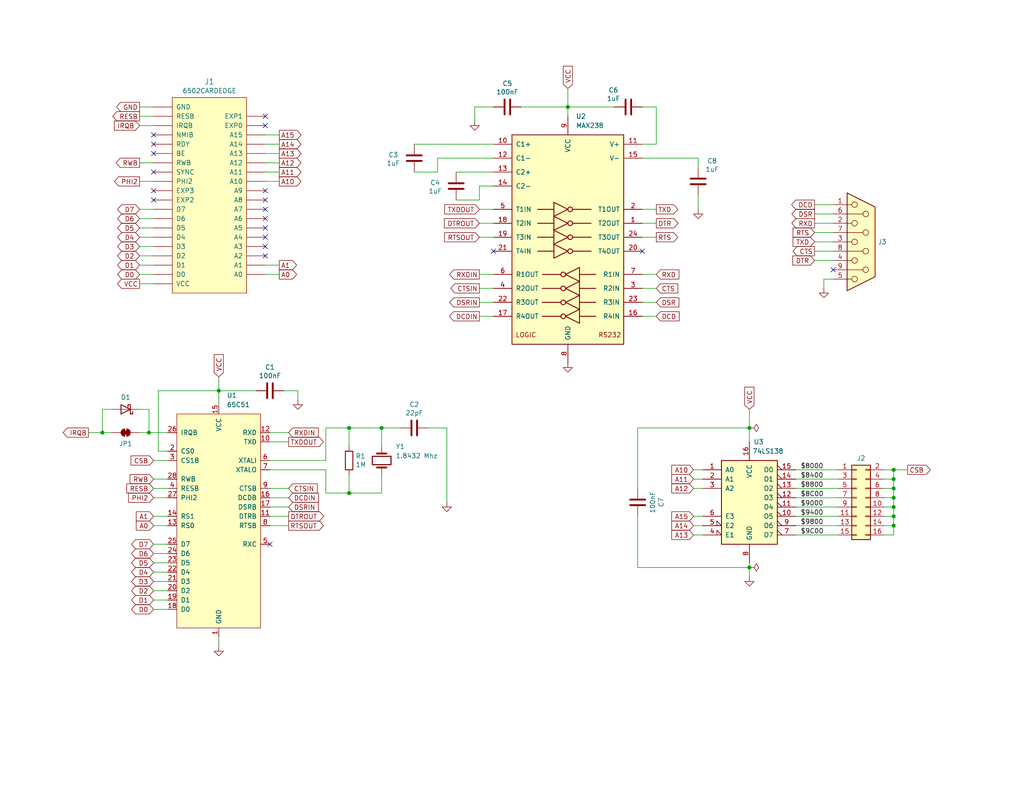
<source format=kicad_sch>
(kicad_sch (version 20231120) (generator "eeschema") (generator_version "8.0")
  (paper "USLetter")
  (title_block (title "6502 Serial Card") (date "2024-05-02") (rev "1.0") (company "A.C. Wright Design"))
  (lib_symbols
    (symbol "6502 Parts:6502CARDEDGE" (pin_names (offset 1.016))
      (property "Reference" "J" (at -1.27 28.194 0))
      (property "Value" "6502CARDEDGE" (at 0 26.67 0))
      (symbol "6502CARDEDGE_1_0"
        (rectangle (start -10.16 25.4) (end 10.16 -27.94) (fill (type background)))
        (pin bidirectional line (at 15.24 -22.86 180) (length 5.08) (name "A0") (number "A0"))
        (pin bidirectional line (at 15.24 -20.32 180) (length 5.08) (name "A1") (number "A1"))
        (pin bidirectional line (at 15.24 2.54 180) (length 5.08) (name "A10") (number "A10"))
        (pin bidirectional line (at 15.24 5.08 180) (length 5.08) (name "A11") (number "A11"))
        (pin bidirectional line (at 15.24 7.62 180) (length 5.08) (name "A12") (number "A12"))
        (pin bidirectional line (at 15.24 10.16 180) (length 5.08) (name "A13") (number "A13"))
        (pin bidirectional line (at 15.24 12.7 180) (length 5.08) (name "A14") (number "A14"))
        (pin bidirectional line (at 15.24 15.24 180) (length 5.08) (name "A15") (number "A15"))
        (pin bidirectional line (at 15.24 -17.78 180) (length 5.08) (name "A2") (number "A2"))
        (pin bidirectional line (at 15.24 -15.24 180) (length 5.08) (name "A3") (number "A3"))
        (pin bidirectional line (at 15.24 -12.7 180) (length 5.08) (name "A4") (number "A4"))
        (pin bidirectional line (at 15.24 -10.16 180) (length 5.08) (name "A5") (number "A5"))
        (pin bidirectional line (at 15.24 -7.62 180) (length 5.08) (name "A6") (number "A6"))
        (pin bidirectional line (at 15.24 -5.08 180) (length 5.08) (name "A7") (number "A7"))
        (pin bidirectional line (at 15.24 -2.54 180) (length 5.08) (name "A8") (number "A8"))
        (pin bidirectional line (at 15.24 0 180) (length 5.08) (name "A9") (number "A9"))
        (pin bidirectional line (at -15.24 10.16 0) (length 5.08) (name "BE") (number "BE"))
        (pin bidirectional line (at -15.24 -22.86 0) (length 5.08) (name "D0") (number "D0"))
        (pin bidirectional line (at -15.24 -20.32 0) (length 5.08) (name "D1") (number "D1"))
        (pin bidirectional line (at -15.24 -17.78 0) (length 5.08) (name "D2") (number "D2"))
        (pin bidirectional line (at -15.24 -15.24 0) (length 5.08) (name "D3") (number "D3"))
        (pin bidirectional line (at -15.24 -12.7 0) (length 5.08) (name "D4") (number "D4"))
        (pin bidirectional line (at -15.24 -10.16 0) (length 5.08) (name "D5") (number "D5"))
        (pin bidirectional line (at -15.24 -7.62 0) (length 5.08) (name "D6") (number "D6"))
        (pin bidirectional line (at -15.24 -5.08 0) (length 5.08) (name "D7") (number "D7"))
        (pin bidirectional line (at 15.24 17.78 180) (length 5.08) (name "EXP0") (number "EXP0"))
        (pin bidirectional line (at 15.24 20.32 180) (length 5.08) (name "EXP1") (number "EXP1"))
        (pin bidirectional line (at -15.24 -2.54 0) (length 5.08) (name "EXP2") (number "EXP2"))
        (pin bidirectional line (at -15.24 0 0) (length 5.08) (name "EXP3") (number "EXP3"))
        (pin power_in line (at -15.24 22.86 0) (length 5.08) (name "GND") (number "GND"))
        (pin power_in line (at -15.24 22.86 0) (length 5.08) hide (name "GND") (number "GND"))
        (pin bidirectional line (at -15.24 17.78 0) (length 5.08) (name "IRQB") (number "IRQB"))
        (pin bidirectional line (at -15.24 15.24 0) (length 5.08) (name "NMIB") (number "NMIB"))
        (pin bidirectional line (at -15.24 2.54 0) (length 5.08) (name "PHI2") (number "PHI2"))
        (pin bidirectional line (at -15.24 12.7 0) (length 5.08) (name "RDY") (number "RDY"))
        (pin bidirectional line (at -15.24 20.32 0) (length 5.08) (name "RESB") (number "RESB"))
        (pin bidirectional line (at -15.24 7.62 0) (length 5.08) (name "RWB") (number "RWB"))
        (pin bidirectional line (at -15.24 5.08 0) (length 5.08) (name "SYNC") (number "SYNC"))
        (pin power_in line (at -15.24 -25.4 0) (length 5.08) (name "VCC") (number "VCC"))
        (pin power_in line (at -15.24 -25.4 0) (length 5.08) hide (name "VCC") (number "VCC"))
      )
    )
    (symbol "6502 Parts:65C51" (pin_names (offset 1.016))
      (property "Reference" "U" (at 8.89 33.02 0))
      (property "Value" "65C51" (at 11.43 30.48 0))
      (symbol "65C51_0_1"
        (rectangle (start -11.43 29.21) (end 11.43 -29.21) (fill (type background)))
      )
      (symbol "65C51_1_1"
        (pin power_in line (at 0 -31.75 90) (length 2.54) (name "GND") (number "1"))
        (pin output line (at 13.97 21.59 180) (length 2.54) (name "TXD") (number "10"))
        (pin output line (at 13.97 1.27 180) (length 2.54) (name "DTRB") (number "11"))
        (pin input line (at 13.97 24.13 180) (length 2.54) (name "RXD") (number "12"))
        (pin input line (at -13.97 -1.27 0) (length 2.54) (name "RS0") (number "13"))
        (pin input line (at -13.97 1.27 0) (length 2.54) (name "RS1") (number "14"))
        (pin power_in line (at 0 31.75 270) (length 2.54) (name "VCC") (number "15"))
        (pin input line (at 13.97 6.35 180) (length 2.54) (name "DCDB") (number "16"))
        (pin input line (at 13.97 3.81 180) (length 2.54) (name "DSRB") (number "17"))
        (pin bidirectional line (at -13.97 -24.13 0) (length 2.54) (name "D0") (number "18"))
        (pin bidirectional line (at -13.97 -21.59 0) (length 2.54) (name "D1") (number "19"))
        (pin input line (at -13.97 19.05 0) (length 2.54) (name "CS0") (number "2"))
        (pin bidirectional line (at -13.97 -19.05 0) (length 2.54) (name "D2") (number "20"))
        (pin bidirectional line (at -13.97 -16.51 0) (length 2.54) (name "D3") (number "21"))
        (pin bidirectional line (at -13.97 -13.97 0) (length 2.54) (name "D4") (number "22"))
        (pin bidirectional line (at -13.97 -11.43 0) (length 2.54) (name "D5") (number "23"))
        (pin bidirectional line (at -13.97 -8.89 0) (length 2.54) (name "D6") (number "24"))
        (pin bidirectional line (at -13.97 -6.35 0) (length 2.54) (name "D7") (number "25"))
        (pin output line (at -13.97 24.13 0) (length 2.54) (name "IRQB") (number "26"))
        (pin input line (at -13.97 6.35 0) (length 2.54) (name "PHI2") (number "27"))
        (pin input line (at -13.97 11.43 0) (length 2.54) (name "RWB") (number "28"))
        (pin input line (at -13.97 16.51 0) (length 2.54) (name "CS1B") (number "3"))
        (pin input line (at -13.97 8.89 0) (length 2.54) (name "RESB") (number "4"))
        (pin input line (at 13.97 -6.35 180) (length 2.54) (name "RXC") (number "5"))
        (pin input line (at 13.97 16.51 180) (length 2.54) (name "XTALI") (number "6"))
        (pin input line (at 13.97 13.97 180) (length 2.54) (name "XTALO") (number "7"))
        (pin output line (at 13.97 -1.27 180) (length 2.54) (name "RTSB") (number "8"))
        (pin input line (at 13.97 8.89 180) (length 2.54) (name "CTSB") (number "9"))
      )
    )
    (symbol "6502 Parts:DB9" (pin_names (offset 1.016) hide)
      (property "Reference" "J" (at 0 13.97 0))
      (property "Value" "Connector_DB9_Female" (at 0 -14.605 0))
      (symbol "DB9_0_1"
        (circle (center -1.778 -10.16) (radius 0.762))
        (circle (center -1.778 -5.08) (radius 0.762))
        (circle (center -1.778 0) (radius 0.762))
        (circle (center -1.778 5.08) (radius 0.762))
        (circle (center -1.778 10.16) (radius 0.762))
        (polyline (pts (xy -3.81 -10.16) (xy -2.54 -10.16)))
        (polyline (pts (xy -3.81 -7.62) (xy 0.508 -7.62)))
        (polyline (pts (xy -3.81 -5.08) (xy -2.54 -5.08)))
        (polyline (pts (xy -3.81 -2.54) (xy 0.508 -2.54)))
        (polyline (pts (xy -3.81 0) (xy -2.54 0)))
        (polyline (pts (xy -3.81 2.54) (xy 0.508 2.54)))
        (polyline (pts (xy -3.81 5.08) (xy -2.54 5.08)))
        (polyline (pts (xy -3.81 7.62) (xy 0.508 7.62)))
        (polyline (pts (xy -3.81 10.16) (xy -2.54 10.16)))
        (polyline (pts (xy -3.81 13.335) (xy -3.81 -13.335) (xy 3.81 -9.525) (xy 3.81 9.525) (xy -3.81 13.335)) (stroke (width 0.254)) (fill (type background)))
        (circle (center 1.27 -7.62) (radius 0.762))
        (circle (center 1.27 -2.54) (radius 0.762))
        (circle (center 1.27 2.54) (radius 0.762))
        (circle (center 1.27 7.62) (radius 0.762))
      )
      (symbol "DB9_1_1"
        (pin passive line (at -7.62 10.16 0) (length 3.81) (name "1") (number "1"))
        (pin passive line (at -7.62 5.08 0) (length 3.81) (name "2") (number "2"))
        (pin passive line (at -7.62 0 0) (length 3.81) (name "3") (number "3"))
        (pin passive line (at -7.62 -5.08 0) (length 3.81) (name "4") (number "4"))
        (pin passive line (at -7.62 -10.16 0) (length 3.81) (name "5") (number "5"))
        (pin passive line (at -7.62 7.62 0) (length 3.81) (name "6") (number "6"))
        (pin passive line (at -7.62 2.54 0) (length 3.81) (name "7") (number "7"))
        (pin passive line (at -7.62 -2.54 0) (length 3.81) (name "8") (number "8"))
        (pin passive line (at -7.62 -7.62 0) (length 3.81) (name "9") (number "9"))
      )
    )
    (symbol "6502 Parts:MAX238" (pin_names (offset 1.016))
      (property "Reference" "U" (at -2.54 32.385 0))
      (property "Value" "MAX238" (at -2.54 30.48 0))
      (symbol "MAX238_0_0"
        (text "LOGIC" (at -11.43 -25.4 0) (effects (font (size 1.27 1.27))))
        (text "RS232" (at 11.43 -25.4 0) (effects (font (size 1.27 1.27))))
      )
      (symbol "MAX238_0_1"
        (rectangle (start -15.24 -27.94) (end 15.24 29.21) (stroke (width 0.254)) (fill (type background)))
        (circle (center -1.27 -12.7) (radius 0.635) (stroke (width 0.254)))
        (circle (center -1.27 -8.89) (radius 0.635) (stroke (width 0.254)))
        (polyline (pts (xy -3.81 5.08) (xy -8.255 5.08)) (stroke (width 0.254)))
        (polyline (pts (xy -3.81 8.89) (xy -8.255 8.89)) (stroke (width 0.254)))
        (polyline (pts (xy -1.905 -12.7) (xy -6.985 -12.7)) (stroke (width 0.254)))
        (polyline (pts (xy -1.905 -8.89) (xy -6.985 -8.89)) (stroke (width 0.254)))
        (polyline (pts (xy 1.27 5.08) (xy 6.35 5.08)) (stroke (width 0.254)))
        (polyline (pts (xy 1.27 8.89) (xy 6.35 8.89)) (stroke (width 0.254)))
        (polyline (pts (xy 3.175 -12.7) (xy 7.62 -12.7)) (stroke (width 0.254)))
        (polyline (pts (xy 3.175 -8.89) (xy 7.62 -8.89)) (stroke (width 0.254)))
        (polyline (pts (xy -3.81 6.985) (xy -3.81 3.175) (xy 0 5.08) (xy -3.81 6.985)) (stroke (width 0.254)))
        (polyline (pts (xy -3.81 10.795) (xy -3.81 6.985) (xy 0 8.89) (xy -3.81 10.795)) (stroke (width 0.254)))
        (polyline (pts (xy 3.175 -10.795) (xy 3.175 -14.605) (xy -0.635 -12.7) (xy 3.175 -10.795)) (stroke (width 0.254)))
        (polyline (pts (xy 3.175 -6.985) (xy 3.175 -10.795) (xy -0.635 -8.89) (xy 3.175 -6.985)) (stroke (width 0.254)))
        (circle (center 0.635 5.08) (radius 0.635) (stroke (width 0.254)))
        (circle (center 0.635 8.89) (radius 0.635) (stroke (width 0.254)))
      )
      (symbol "MAX238_1_1"
        (circle (center -1.27 -20.32) (radius 0.635) (stroke (width 0.254)))
        (circle (center -1.27 -16.51) (radius 0.635) (stroke (width 0.254)))
        (polyline (pts (xy -3.81 -2.54) (xy -8.255 -2.54)) (stroke (width 0.254)))
        (polyline (pts (xy -3.81 1.27) (xy -8.255 1.27)) (stroke (width 0.254)))
        (polyline (pts (xy -1.905 -20.32) (xy -6.985 -20.32)) (stroke (width 0.254)))
        (polyline (pts (xy -1.905 -16.51) (xy -6.985 -16.51)) (stroke (width 0.254)))
        (polyline (pts (xy 1.27 -2.54) (xy 6.35 -2.54)) (stroke (width 0.254)))
        (polyline (pts (xy 1.27 1.27) (xy 6.35 1.27)) (stroke (width 0.254)))
        (polyline (pts (xy 3.175 -20.32) (xy 7.62 -20.32)) (stroke (width 0.254)))
        (polyline (pts (xy 3.175 -16.51) (xy 7.62 -16.51)) (stroke (width 0.254)))
        (polyline (pts (xy -3.81 -0.635) (xy -3.81 -4.445) (xy 0 -2.54) (xy -3.81 -0.635)) (stroke (width 0.254)))
        (polyline (pts (xy -3.81 3.175) (xy -3.81 -0.635) (xy 0 1.27) (xy -3.81 3.175)) (stroke (width 0.254)))
        (polyline (pts (xy 3.175 -18.415) (xy 3.175 -22.225) (xy -0.635 -20.32) (xy 3.175 -18.415)) (stroke (width 0.254)))
        (polyline (pts (xy 3.175 -14.605) (xy 3.175 -18.415) (xy -0.635 -16.51) (xy 3.175 -14.605)) (stroke (width 0.254)))
        (circle (center 0.635 -2.54) (radius 0.635) (stroke (width 0.254)))
        (circle (center 0.635 1.27) (radius 0.635) (stroke (width 0.254)))
        (pin output line (at 20.32 5.08 180) (length 5.08) (name "T2OUT") (number "1"))
        (pin passive line (at -20.32 26.67 0) (length 5.08) (name "C1+") (number "10"))
        (pin power_out line (at 20.32 26.67 180) (length 5.08) (name "V+") (number "11"))
        (pin passive line (at -20.32 22.86 0) (length 5.08) (name "C1-") (number "12"))
        (pin passive line (at -20.32 19.05 0) (length 5.08) (name "C2+") (number "13"))
        (pin passive line (at -20.32 15.24 0) (length 5.08) (name "C2-") (number "14"))
        (pin power_out line (at 20.32 22.86 180) (length 5.08) (name "V-") (number "15"))
        (pin input line (at 20.32 -20.32 180) (length 5.08) (name "R4IN") (number "16"))
        (pin output line (at -20.32 -20.32 0) (length 5.08) (name "R4OUT") (number "17"))
        (pin input line (at -20.32 5.08 0) (length 5.08) (name "T2IN") (number "18"))
        (pin input line (at -20.32 1.27 0) (length 5.08) (name "T3IN") (number "19"))
        (pin output line (at 20.32 8.89 180) (length 5.08) (name "T1OUT") (number "2"))
        (pin output line (at 20.32 -2.54 180) (length 5.08) (name "T4OUT") (number "20"))
        (pin input line (at -20.32 -2.54 0) (length 5.08) (name "T4IN") (number "21"))
        (pin output line (at -20.32 -16.51 0) (length 5.08) (name "R3OUT") (number "22"))
        (pin input line (at 20.32 -16.51 180) (length 5.08) (name "R3IN") (number "23"))
        (pin output line (at 20.32 1.27 180) (length 5.08) (name "T3OUT") (number "24"))
        (pin input line (at 20.32 -12.7 180) (length 5.08) (name "R2IN") (number "3"))
        (pin output line (at -20.32 -12.7 0) (length 5.08) (name "R2OUT") (number "4"))
        (pin input line (at -20.32 8.89 0) (length 5.08) (name "T1IN") (number "5"))
        (pin output line (at -20.32 -8.89 0) (length 5.08) (name "R1OUT") (number "6"))
        (pin input line (at 20.32 -8.89 180) (length 5.08) (name "R1IN") (number "7"))
        (pin power_in line (at 0 -33.02 90) (length 5.08) (name "GND") (number "8"))
        (pin power_in line (at 0 34.29 270) (length 5.08) (name "VCC") (number "9"))
      )
    )
    (symbol "74xx:74LS138" (pin_names (offset 1.016))
      (property "Reference" "U" (at -7.62 11.43 0))
      (property "Value" "74LS138" (at -7.62 -13.97 0))
      (symbol "74LS138_1_0"
        (pin input line (at -12.7 7.62 0) (length 5.08) (name "A0") (number "1"))
        (pin output output_low (at 12.7 -5.08 180) (length 5.08) (name "O5") (number "10"))
        (pin output output_low (at 12.7 -2.54 180) (length 5.08) (name "O4") (number "11"))
        (pin output output_low (at 12.7 0 180) (length 5.08) (name "O3") (number "12"))
        (pin output output_low (at 12.7 2.54 180) (length 5.08) (name "O2") (number "13"))
        (pin output output_low (at 12.7 5.08 180) (length 5.08) (name "O1") (number "14"))
        (pin output output_low (at 12.7 7.62 180) (length 5.08) (name "O0") (number "15"))
        (pin power_in line (at 0 15.24 270) (length 5.08) (name "VCC") (number "16"))
        (pin input line (at -12.7 5.08 0) (length 5.08) (name "A1") (number "2"))
        (pin input line (at -12.7 2.54 0) (length 5.08) (name "A2") (number "3"))
        (pin input input_low (at -12.7 -10.16 0) (length 5.08) (name "E1") (number "4"))
        (pin input input_low (at -12.7 -7.62 0) (length 5.08) (name "E2") (number "5"))
        (pin input line (at -12.7 -5.08 0) (length 5.08) (name "E3") (number "6"))
        (pin output output_low (at 12.7 -10.16 180) (length 5.08) (name "O7") (number "7"))
        (pin power_in line (at 0 -17.78 90) (length 5.08) (name "GND") (number "8"))
        (pin output output_low (at 12.7 -7.62 180) (length 5.08) (name "O6") (number "9"))
      )
      (symbol "74LS138_1_1"
        (rectangle (start -7.62 10.16) (end 7.62 -12.7) (stroke (width 0.254)) (fill (type background)))
      )
    )
    (symbol "Connector_Generic:Conn_02x08_Odd_Even" (pin_names (offset 1.016) hide)
      (property "Reference" "J" (at 1.27 10.16 0))
      (property "Value" "Conn_02x08_Odd_Even" (at 1.27 -12.7 0))
      (symbol "Conn_02x08_Odd_Even_1_1"
        (rectangle (start -1.27 -10.033) (end 0 -10.287) (stroke (width 0.1524)))
        (rectangle (start -1.27 -7.493) (end 0 -7.747) (stroke (width 0.1524)))
        (rectangle (start -1.27 -4.953) (end 0 -5.207) (stroke (width 0.1524)))
        (rectangle (start -1.27 -2.413) (end 0 -2.667) (stroke (width 0.1524)))
        (rectangle (start -1.27 0.127) (end 0 -0.127) (stroke (width 0.1524)))
        (rectangle (start -1.27 2.667) (end 0 2.413) (stroke (width 0.1524)))
        (rectangle (start -1.27 5.207) (end 0 4.953) (stroke (width 0.1524)))
        (rectangle (start -1.27 7.747) (end 0 7.493) (stroke (width 0.1524)))
        (rectangle (start -1.27 8.89) (end 3.81 -11.43) (stroke (width 0.254)) (fill (type background)))
        (rectangle (start 3.81 -10.033) (end 2.54 -10.287) (stroke (width 0.1524)))
        (rectangle (start 3.81 -7.493) (end 2.54 -7.747) (stroke (width 0.1524)))
        (rectangle (start 3.81 -4.953) (end 2.54 -5.207) (stroke (width 0.1524)))
        (rectangle (start 3.81 -2.413) (end 2.54 -2.667) (stroke (width 0.1524)))
        (rectangle (start 3.81 0.127) (end 2.54 -0.127) (stroke (width 0.1524)))
        (rectangle (start 3.81 2.667) (end 2.54 2.413) (stroke (width 0.1524)))
        (rectangle (start 3.81 5.207) (end 2.54 4.953) (stroke (width 0.1524)))
        (rectangle (start 3.81 7.747) (end 2.54 7.493) (stroke (width 0.1524)))
        (pin passive line (at -5.08 7.62 0) (length 3.81) (name "Pin_1") (number "1"))
        (pin passive line (at 7.62 -2.54 180) (length 3.81) (name "Pin_10") (number "10"))
        (pin passive line (at -5.08 -5.08 0) (length 3.81) (name "Pin_11") (number "11"))
        (pin passive line (at 7.62 -5.08 180) (length 3.81) (name "Pin_12") (number "12"))
        (pin passive line (at -5.08 -7.62 0) (length 3.81) (name "Pin_13") (number "13"))
        (pin passive line (at 7.62 -7.62 180) (length 3.81) (name "Pin_14") (number "14"))
        (pin passive line (at -5.08 -10.16 0) (length 3.81) (name "Pin_15") (number "15"))
        (pin passive line (at 7.62 -10.16 180) (length 3.81) (name "Pin_16") (number "16"))
        (pin passive line (at 7.62 7.62 180) (length 3.81) (name "Pin_2") (number "2"))
        (pin passive line (at -5.08 5.08 0) (length 3.81) (name "Pin_3") (number "3"))
        (pin passive line (at 7.62 5.08 180) (length 3.81) (name "Pin_4") (number "4"))
        (pin passive line (at -5.08 2.54 0) (length 3.81) (name "Pin_5") (number "5"))
        (pin passive line (at 7.62 2.54 180) (length 3.81) (name "Pin_6") (number "6"))
        (pin passive line (at -5.08 0 0) (length 3.81) (name "Pin_7") (number "7"))
        (pin passive line (at 7.62 0 180) (length 3.81) (name "Pin_8") (number "8"))
        (pin passive line (at -5.08 -2.54 0) (length 3.81) (name "Pin_9") (number "9"))
      )
    )
    (symbol "Device:C" (pin_numbers hide) (pin_names (offset 0.254))
      (property "Reference" "C" (at 0.635 2.54 0))
      (property "Value" "C" (at 0.635 -2.54 0))
      (symbol "C_0_1"
        (polyline (pts (xy -2.032 -0.762) (xy 2.032 -0.762)) (stroke (width 0.508)))
        (polyline (pts (xy -2.032 0.762) (xy 2.032 0.762)) (stroke (width 0.508)))
      )
      (symbol "C_1_1"
        (pin passive line (at 0 3.81 270) (length 2.794) (name "~") (number "1"))
        (pin passive line (at 0 -3.81 90) (length 2.794) (name "~") (number "2"))
      )
    )
    (symbol "Device:Crystal" (pin_numbers hide) (pin_names (offset 1.016) hide)
      (property "Reference" "Y" (at 0 3.81 0))
      (property "Value" "Crystal" (at 0 -3.81 0))
      (symbol "Crystal_0_1"
        (rectangle (start -1.143 2.54) (end 1.143 -2.54) (stroke (width 0.3048)))
        (polyline (pts (xy -2.54 0) (xy -1.905 0)))
        (polyline (pts (xy -1.905 -1.27) (xy -1.905 1.27)) (stroke (width 0.508)))
        (polyline (pts (xy 1.905 -1.27) (xy 1.905 1.27)) (stroke (width 0.508)))
        (polyline (pts (xy 2.54 0) (xy 1.905 0)))
      )
      (symbol "Crystal_1_1"
        (pin passive line (at -3.81 0 0) (length 1.27) (name "1") (number "1"))
        (pin passive line (at 3.81 0 180) (length 1.27) (name "2") (number "2"))
      )
    )
    (symbol "Device:D_Schottky" (pin_numbers hide) (pin_names (offset 1.016) hide)
      (property "Reference" "D" (at 0 2.54 0))
      (property "Value" "D_Schottky" (at 0 -2.54 0))
      (symbol "D_Schottky_0_1"
        (polyline (pts (xy 1.27 0) (xy -1.27 0)))
        (polyline (pts (xy 1.27 1.27) (xy 1.27 -1.27) (xy -1.27 0) (xy 1.27 1.27)) (stroke (width 0.254)))
        (polyline (pts (xy -1.905 0.635) (xy -1.905 1.27) (xy -1.27 1.27) (xy -1.27 -1.27) (xy -0.635 -1.27) (xy -0.635 -0.635)) (stroke (width 0.254)))
      )
      (symbol "D_Schottky_1_1"
        (pin passive line (at -3.81 0 0) (length 2.54) (name "K") (number "1"))
        (pin passive line (at 3.81 0 180) (length 2.54) (name "A") (number "2"))
      )
    )
    (symbol "Device:R" (pin_numbers hide) (pin_names (offset 0))
      (property "Reference" "R" (at 2.032 0 90))
      (property "Value" "R" (at 0 0 90))
      (symbol "R_0_1"
        (rectangle (start -1.016 -2.54) (end 1.016 2.54) (stroke (width 0.254)))
      )
      (symbol "R_1_1"
        (pin passive line (at 0 3.81 270) (length 1.27) (name "~") (number "1"))
        (pin passive line (at 0 -3.81 90) (length 1.27) (name "~") (number "2"))
      )
    )
    (symbol "Jumper:SolderJumper_2_Bridged" (pin_numbers hide) (pin_names (offset 0) hide) (exclude_from_sim yes) (in_bom no)
      (property "Reference" "JP" (at 0 2.032 0))
      (property "Value" "SolderJumper_2_Bridged" (at 0 -2.54 0))
      (symbol "SolderJumper_2_Bridged_0_1"
        (rectangle (start -0.508 0.508) (end 0.508 -0.508) (fill (type outline)))
        (arc (start -0.254 1.016) (mid -1.2656 0) (end -0.254 -1.016))
        (arc (start -0.254 1.016) (mid -1.2656 0) (end -0.254 -1.016) (fill (type outline)))
        (polyline (pts (xy -0.254 1.016) (xy -0.254 -1.016)))
        (polyline (pts (xy 0.254 1.016) (xy 0.254 -1.016)))
        (arc (start 0.254 -1.016) (mid 1.2656 0) (end 0.254 1.016))
        (arc (start 0.254 -1.016) (mid 1.2656 0) (end 0.254 1.016) (fill (type outline)))
      )
      (symbol "SolderJumper_2_Bridged_1_1"
        (pin passive line (at -3.81 0 0) (length 2.54) (name "A") (number "1"))
        (pin passive line (at 3.81 0 180) (length 2.54) (name "B") (number "2"))
      )
    )
    (symbol "power:GND" (power) (pin_numbers hide) (pin_names (offset 0) hide)
      (property "Value" "GND" (at 0 -3.81 0))
      (symbol "GND_0_1"
        (polyline (pts (xy 0 0) (xy 0 -1.27) (xy 1.27 -1.27) (xy 0 -2.54) (xy -1.27 -1.27) (xy 0 -1.27)))
      )
      (symbol "GND_1_1"
        (pin power_in line (at 0 0 270) (length 0) (name "~") (number "1"))
      )
    )
    (symbol "power:PWR_FLAG" (power) (pin_numbers hide) (pin_names (offset 0) hide)
      (property "Value" "PWR_FLAG" (at 0 3.81 0))
      (symbol "PWR_FLAG_0_0"
        (pin power_out line (at 0 0 90) (length 0) (name "~") (number "1"))
      )
      (symbol "PWR_FLAG_0_1"
        (polyline (pts (xy 0 0) (xy 0 1.27) (xy -1.016 1.905) (xy 0 2.54) (xy 1.016 1.905) (xy 0 1.27)))
      )
    )
  )
  (junction (at 243.84 140.97))
  (junction (at 243.84 138.43))
  (junction (at 204.47 154.94))
  (junction (at 59.69 106.68))
  (junction (at 95.25 116.84))
  (junction (at 243.84 135.89))
  (junction (at 40.64 118.11))
  (junction (at 243.84 143.51))
  (junction (at 243.84 133.35))
  (junction (at 104.14 116.84))
  (junction (at 95.25 134.62))
  (junction (at 27.94 118.11))
  (junction (at 204.47 116.84))
  (junction (at 243.84 128.27))
  (junction (at 243.84 130.81))
  (junction (at 154.94 29.21))
  (no_connect (at 41.91 41.91))
  (no_connect (at 134.62 68.58))
  (no_connect (at 72.39 34.29))
  (no_connect (at 41.91 39.37))
  (no_connect (at 72.39 59.69))
  (no_connect (at 41.91 54.61))
  (no_connect (at 41.91 52.07))
  (no_connect (at 41.91 46.99))
  (no_connect (at 73.66 148.59))
  (no_connect (at 41.91 36.83))
  (no_connect (at 72.39 62.23))
  (no_connect (at 72.39 31.75))
  (no_connect (at 72.39 64.77))
  (no_connect (at 175.26 68.58))
  (no_connect (at 72.39 69.85))
  (no_connect (at 72.39 52.07))
  (no_connect (at 72.39 67.31))
  (no_connect (at 72.39 54.61))
  (no_connect (at 227.33 73.66))
  (no_connect (at 72.39 57.15))
  (wire (pts (xy 72.39 72.39) (xy 76.2 72.39)))
  (wire (pts (xy 142.24 29.21) (xy 154.94 29.21)))
  (wire (pts (xy 104.14 134.62) (xy 104.14 129.54)))
  (wire (pts (xy 73.66 133.35) (xy 78.74 133.35)))
  (wire (pts (xy 38.1 31.75) (xy 41.91 31.75)))
  (wire (pts (xy 154.94 24.13) (xy 154.94 29.21)))
  (wire (pts (xy 222.25 63.5) (xy 227.33 63.5)))
  (wire (pts (xy 217.17 146.05) (xy 228.6 146.05)))
  (wire (pts (xy 175.26 86.36) (xy 179.07 86.36)))
  (wire (pts (xy 130.81 57.15) (xy 134.62 57.15)))
  (wire (pts (xy 222.25 71.12) (xy 227.33 71.12)))
  (wire (pts (xy 175.26 74.93) (xy 179.07 74.93)))
  (wire (pts (xy 43.18 106.68) (xy 59.69 106.68)))
  (wire (pts (xy 189.23 140.97) (xy 191.77 140.97)))
  (wire (pts (xy 88.9 125.73) (xy 88.9 116.84)))
  (wire (pts (xy 175.26 43.18) (xy 190.5 43.18)))
  (wire (pts (xy 243.84 143.51) (xy 243.84 140.97)))
  (wire (pts (xy 73.66 135.89) (xy 78.74 135.89)))
  (wire (pts (xy 73.66 143.51) (xy 78.74 143.51)))
  (wire (pts (xy 190.5 53.34) (xy 190.5 57.15)))
  (wire (pts (xy 116.84 116.84) (xy 121.92 116.84)))
  (wire (pts (xy 243.84 135.89) (xy 243.84 133.35)))
  (wire (pts (xy 41.91 125.73) (xy 45.72 125.73)))
  (wire (pts (xy 124.46 54.61) (xy 130.81 54.61)))
  (wire (pts (xy 59.69 102.87) (xy 59.69 106.68)))
  (wire (pts (xy 38.1 62.23) (xy 41.91 62.23)))
  (wire (pts (xy 204.47 153.67) (xy 204.47 154.94)))
  (wire (pts (xy 41.91 153.67) (xy 45.72 153.67)))
  (wire (pts (xy 119.38 43.18) (xy 119.38 46.99)))
  (wire (pts (xy 222.25 60.96) (xy 227.33 60.96)))
  (wire (pts (xy 38.1 77.47) (xy 41.91 77.47)))
  (wire (pts (xy 81.28 106.68) (xy 81.28 109.22)))
  (wire (pts (xy 59.69 106.68) (xy 69.85 106.68)))
  (wire (pts (xy 191.77 133.35) (xy 189.23 133.35)))
  (wire (pts (xy 243.84 146.05) (xy 243.84 143.51)))
  (wire (pts (xy 41.91 151.13) (xy 45.72 151.13)))
  (wire (pts (xy 40.64 111.76) (xy 40.64 118.11)))
  (wire (pts (xy 243.84 138.43) (xy 243.84 135.89)))
  (wire (pts (xy 241.3 146.05) (xy 243.84 146.05)))
  (wire (pts (xy 24.13 118.11) (xy 27.94 118.11)))
  (wire (pts (xy 217.17 128.27) (xy 228.6 128.27)))
  (wire (pts (xy 191.77 130.81) (xy 189.23 130.81)))
  (wire (pts (xy 243.84 140.97) (xy 243.84 138.43)))
  (wire (pts (xy 72.39 49.53) (xy 76.2 49.53)))
  (wire (pts (xy 243.84 128.27) (xy 247.65 128.27)))
  (wire (pts (xy 38.1 49.53) (xy 41.91 49.53)))
  (wire (pts (xy 204.47 154.94) (xy 204.47 157.48)))
  (wire (pts (xy 72.39 46.99) (xy 76.2 46.99)))
  (wire (pts (xy 175.26 64.77) (xy 179.07 64.77)))
  (wire (pts (xy 124.46 46.99) (xy 134.62 46.99)))
  (wire (pts (xy 40.64 118.11) (xy 45.72 118.11)))
  (wire (pts (xy 175.26 60.96) (xy 179.07 60.96)))
  (wire (pts (xy 45.72 123.19) (xy 43.18 123.19)))
  (wire (pts (xy 217.17 135.89) (xy 228.6 135.89)))
  (wire (pts (xy 175.26 39.37) (xy 179.07 39.37)))
  (wire (pts (xy 175.26 57.15) (xy 179.07 57.15)))
  (wire (pts (xy 130.81 74.93) (xy 134.62 74.93)))
  (wire (pts (xy 77.47 106.68) (xy 81.28 106.68)))
  (wire (pts (xy 224.79 76.2) (xy 224.79 78.74)))
  (wire (pts (xy 130.81 60.96) (xy 134.62 60.96)))
  (wire (pts (xy 204.47 120.65) (xy 204.47 116.84)))
  (wire (pts (xy 38.1 64.77) (xy 41.91 64.77)))
  (wire (pts (xy 154.94 31.75) (xy 154.94 29.21)))
  (wire (pts (xy 41.91 140.97) (xy 45.72 140.97)))
  (wire (pts (xy 243.84 133.35) (xy 243.84 130.81)))
  (wire (pts (xy 27.94 118.11) (xy 30.48 118.11)))
  (wire (pts (xy 130.81 78.74) (xy 134.62 78.74)))
  (wire (pts (xy 222.25 55.88) (xy 227.33 55.88)))
  (wire (pts (xy 38.1 69.85) (xy 41.91 69.85)))
  (wire (pts (xy 191.77 146.05) (xy 189.23 146.05)))
  (wire (pts (xy 179.07 29.21) (xy 175.26 29.21)))
  (wire (pts (xy 179.07 39.37) (xy 179.07 29.21)))
  (wire (pts (xy 241.3 133.35) (xy 243.84 133.35)))
  (wire (pts (xy 113.03 39.37) (xy 134.62 39.37)))
  (wire (pts (xy 130.81 82.55) (xy 134.62 82.55)))
  (wire (pts (xy 38.1 111.76) (xy 40.64 111.76)))
  (wire (pts (xy 243.84 135.89) (xy 241.3 135.89)))
  (wire (pts (xy 243.84 143.51) (xy 241.3 143.51)))
  (wire (pts (xy 38.1 72.39) (xy 41.91 72.39)))
  (wire (pts (xy 27.94 111.76) (xy 27.94 118.11)))
  (wire (pts (xy 59.69 173.99) (xy 59.69 176.53)))
  (wire (pts (xy 222.25 68.58) (xy 227.33 68.58)))
  (wire (pts (xy 217.17 130.81) (xy 228.6 130.81)))
  (wire (pts (xy 130.81 50.8) (xy 130.81 54.61)))
  (wire (pts (xy 134.62 50.8) (xy 130.81 50.8)))
  (wire (pts (xy 227.33 76.2) (xy 224.79 76.2)))
  (wire (pts (xy 104.14 116.84) (xy 104.14 121.92)))
  (wire (pts (xy 204.47 116.84) (xy 204.47 111.76)))
  (wire (pts (xy 204.47 116.84) (xy 173.99 116.84)))
  (wire (pts (xy 41.91 130.81) (xy 45.72 130.81)))
  (wire (pts (xy 243.84 138.43) (xy 241.3 138.43)))
  (wire (pts (xy 95.25 116.84) (xy 104.14 116.84)))
  (wire (pts (xy 43.18 123.19) (xy 43.18 106.68)))
  (wire (pts (xy 173.99 116.84) (xy 173.99 133.35)))
  (wire (pts (xy 38.1 29.21) (xy 41.91 29.21)))
  (wire (pts (xy 72.39 36.83) (xy 76.2 36.83)))
  (wire (pts (xy 38.1 67.31) (xy 41.91 67.31)))
  (wire (pts (xy 73.66 120.65) (xy 78.74 120.65)))
  (wire (pts (xy 41.91 166.37) (xy 45.72 166.37)))
  (wire (pts (xy 241.3 128.27) (xy 243.84 128.27)))
  (wire (pts (xy 113.03 46.99) (xy 119.38 46.99)))
  (wire (pts (xy 175.26 78.74) (xy 179.07 78.74)))
  (wire (pts (xy 72.39 39.37) (xy 76.2 39.37)))
  (wire (pts (xy 129.54 33.02) (xy 129.54 29.21)))
  (wire (pts (xy 191.77 143.51) (xy 189.23 143.51)))
  (wire (pts (xy 38.1 57.15) (xy 41.91 57.15)))
  (wire (pts (xy 217.17 138.43) (xy 228.6 138.43)))
  (wire (pts (xy 38.1 34.29) (xy 41.91 34.29)))
  (wire (pts (xy 175.26 82.55) (xy 179.07 82.55)))
  (wire (pts (xy 72.39 74.93) (xy 76.2 74.93)))
  (wire (pts (xy 130.81 64.77) (xy 134.62 64.77)))
  (wire (pts (xy 95.25 129.54) (xy 95.25 134.62)))
  (wire (pts (xy 88.9 116.84) (xy 95.25 116.84)))
  (wire (pts (xy 73.66 118.11) (xy 78.74 118.11)))
  (wire (pts (xy 217.17 133.35) (xy 228.6 133.35)))
  (wire (pts (xy 190.5 43.18) (xy 190.5 45.72)))
  (wire (pts (xy 41.91 158.75) (xy 45.72 158.75)))
  (wire (pts (xy 41.91 135.89) (xy 45.72 135.89)))
  (wire (pts (xy 38.1 118.11) (xy 40.64 118.11)))
  (wire (pts (xy 41.91 143.51) (xy 45.72 143.51)))
  (wire (pts (xy 38.1 59.69) (xy 41.91 59.69)))
  (wire (pts (xy 95.25 116.84) (xy 95.25 121.92)))
  (wire (pts (xy 73.66 140.97) (xy 78.74 140.97)))
  (wire (pts (xy 41.91 156.21) (xy 45.72 156.21)))
  (wire (pts (xy 154.94 29.21) (xy 167.64 29.21)))
  (wire (pts (xy 121.92 116.84) (xy 121.92 137.16)))
  (wire (pts (xy 243.84 140.97) (xy 241.3 140.97)))
  (wire (pts (xy 173.99 154.94) (xy 173.99 140.97)))
  (wire (pts (xy 41.91 133.35) (xy 45.72 133.35)))
  (wire (pts (xy 217.17 143.51) (xy 228.6 143.51)))
  (wire (pts (xy 38.1 74.93) (xy 41.91 74.93)))
  (wire (pts (xy 129.54 29.21) (xy 134.62 29.21)))
  (wire (pts (xy 41.91 148.59) (xy 45.72 148.59)))
  (wire (pts (xy 38.1 44.45) (xy 41.91 44.45)))
  (wire (pts (xy 88.9 128.27) (xy 73.66 128.27)))
  (wire (pts (xy 72.39 44.45) (xy 76.2 44.45)))
  (wire (pts (xy 95.25 134.62) (xy 104.14 134.62)))
  (wire (pts (xy 243.84 130.81) (xy 241.3 130.81)))
  (wire (pts (xy 191.77 128.27) (xy 189.23 128.27)))
  (wire (pts (xy 134.62 43.18) (xy 119.38 43.18)))
  (wire (pts (xy 130.81 86.36) (xy 134.62 86.36)))
  (wire (pts (xy 243.84 130.81) (xy 243.84 128.27)))
  (wire (pts (xy 41.91 163.83) (xy 45.72 163.83)))
  (wire (pts (xy 109.22 116.84) (xy 104.14 116.84)))
  (wire (pts (xy 88.9 134.62) (xy 88.9 128.27)))
  (wire (pts (xy 73.66 125.73) (xy 88.9 125.73)))
  (wire (pts (xy 217.17 140.97) (xy 228.6 140.97)))
  (wire (pts (xy 41.91 161.29) (xy 45.72 161.29)))
  (wire (pts (xy 73.66 138.43) (xy 78.74 138.43)))
  (wire (pts (xy 30.48 111.76) (xy 27.94 111.76)))
  (wire (pts (xy 222.25 66.04) (xy 227.33 66.04)))
  (wire (pts (xy 173.99 154.94) (xy 204.47 154.94)))
  (wire (pts (xy 59.69 106.68) (xy 59.69 110.49)))
  (wire (pts (xy 88.9 134.62) (xy 95.25 134.62)))
  (wire (pts (xy 72.39 41.91) (xy 76.2 41.91)))
  (wire (pts (xy 222.25 58.42) (xy 227.33 58.42)))
  (label "$8400" (at 218.44 130.81 0))
  (label "$8000" (at 218.44 128.27 0))
  (label "$8800" (at 218.44 133.35 0))
  (label "$9400" (at 218.44 140.97 0))
  (label "$9C00" (at 218.44 146.05 0))
  (label "$9000" (at 218.44 138.43 0))
  (label "$8C00" (at 218.44 135.89 0))
  (label "$9800" (at 218.44 143.51 0))
  (global_label "A13" (shape output) (at 76.2 41.91 0) (property "Intersheetrefs" "${INTERSHEET_REFS}" (effects (hide yes))))
  (global_label "RWB" (shape input) (at 41.91 130.81 180) (property "Intersheetrefs" "${INTERSHEET_REFS}" (effects (hide yes))))
  (global_label "RXD" (shape output) (at 222.25 60.96 180) (property "Intersheetrefs" "${INTERSHEET_REFS}" (effects (hide yes))))
  (global_label "RTS" (shape output) (at 179.07 64.77 0) (property "Intersheetrefs" "${INTERSHEET_REFS}" (effects (hide yes))))
  (global_label "DSRIN" (shape input) (at 78.74 138.43 0) (property "Intersheetrefs" "${INTERSHEET_REFS}" (effects (hide yes))))
  (global_label "A1" (shape input) (at 41.91 140.97 180) (property "Intersheetrefs" "${INTERSHEET_REFS}" (effects (hide yes))))
  (global_label "RTSOUT" (shape input) (at 130.81 64.77 180) (property "Intersheetrefs" "${INTERSHEET_REFS}" (effects (hide yes))))
  (global_label "IRQB" (shape input) (at 38.1 34.29 180) (property "Intersheetrefs" "${INTERSHEET_REFS}" (effects (hide yes))))
  (global_label "VCC" (shape output) (at 38.1 77.47 180) (property "Intersheetrefs" "${INTERSHEET_REFS}" (effects (hide yes))))
  (global_label "RTSOUT" (shape output) (at 78.74 143.51 0) (property "Intersheetrefs" "${INTERSHEET_REFS}" (effects (hide yes))))
  (global_label "CTSIN" (shape output) (at 130.81 78.74 180) (property "Intersheetrefs" "${INTERSHEET_REFS}" (effects (hide yes))))
  (global_label "VCC" (shape input) (at 204.47 111.76 90) (property "Intersheetrefs" "${INTERSHEET_REFS}" (effects (hide yes))))
  (global_label "D5" (shape bidirectional) (at 41.91 153.67 180) (property "Intersheetrefs" "${INTERSHEET_REFS}" (effects (hide yes))))
  (global_label "RXDIN" (shape input) (at 78.74 118.11 0) (property "Intersheetrefs" "${INTERSHEET_REFS}" (effects (hide yes))))
  (global_label "IRQB" (shape output) (at 24.13 118.11 180) (property "Intersheetrefs" "${INTERSHEET_REFS}" (effects (hide yes))))
  (global_label "VCC" (shape input) (at 59.69 102.87 90) (property "Intersheetrefs" "${INTERSHEET_REFS}" (effects (hide yes))))
  (global_label "A11" (shape input) (at 189.23 130.81 180) (property "Intersheetrefs" "${INTERSHEET_REFS}" (effects (hide yes))))
  (global_label "DSR" (shape output) (at 222.25 58.42 180) (property "Intersheetrefs" "${INTERSHEET_REFS}" (effects (hide yes))))
  (global_label "RESB" (shape input) (at 41.91 133.35 180) (property "Intersheetrefs" "${INTERSHEET_REFS}" (effects (hide yes))))
  (global_label "D7" (shape bidirectional) (at 41.91 148.59 180) (property "Intersheetrefs" "${INTERSHEET_REFS}" (effects (hide yes))))
  (global_label "D2" (shape bidirectional) (at 38.1 69.85 180) (property "Intersheetrefs" "${INTERSHEET_REFS}" (effects (hide yes))))
  (global_label "A10" (shape input) (at 189.23 128.27 180) (property "Intersheetrefs" "${INTERSHEET_REFS}" (effects (hide yes))))
  (global_label "CSB" (shape input) (at 41.91 125.73 180) (property "Intersheetrefs" "${INTERSHEET_REFS}" (effects (hide yes))))
  (global_label "A11" (shape output) (at 76.2 46.99 0) (property "Intersheetrefs" "${INTERSHEET_REFS}" (effects (hide yes))))
  (global_label "DCDIN" (shape input) (at 78.74 135.89 0) (property "Intersheetrefs" "${INTERSHEET_REFS}" (effects (hide yes))))
  (global_label "D7" (shape bidirectional) (at 38.1 57.15 180) (property "Intersheetrefs" "${INTERSHEET_REFS}" (effects (hide yes))))
  (global_label "RTS" (shape input) (at 222.25 63.5 180) (property "Intersheetrefs" "${INTERSHEET_REFS}" (effects (hide yes))))
  (global_label "CSB" (shape output) (at 247.65 128.27 0) (property "Intersheetrefs" "${INTERSHEET_REFS}" (effects (hide yes))))
  (global_label "DTROUT" (shape input) (at 130.81 60.96 180) (property "Intersheetrefs" "${INTERSHEET_REFS}" (effects (hide yes))))
  (global_label "D3" (shape bidirectional) (at 41.91 158.75 180) (property "Intersheetrefs" "${INTERSHEET_REFS}" (effects (hide yes))))
  (global_label "A10" (shape output) (at 76.2 49.53 0) (property "Intersheetrefs" "${INTERSHEET_REFS}" (effects (hide yes))))
  (global_label "TXDOUT" (shape output) (at 78.74 120.65 0) (property "Intersheetrefs" "${INTERSHEET_REFS}" (effects (hide yes))))
  (global_label "A14" (shape output) (at 76.2 39.37 0) (property "Intersheetrefs" "${INTERSHEET_REFS}" (effects (hide yes))))
  (global_label "TXDOUT" (shape input) (at 130.81 57.15 180) (property "Intersheetrefs" "${INTERSHEET_REFS}" (effects (hide yes))))
  (global_label "DCD" (shape output) (at 222.25 55.88 180) (property "Intersheetrefs" "${INTERSHEET_REFS}" (effects (hide yes))))
  (global_label "D4" (shape bidirectional) (at 41.91 156.21 180) (property "Intersheetrefs" "${INTERSHEET_REFS}" (effects (hide yes))))
  (global_label "A13" (shape input) (at 189.23 146.05 180) (property "Intersheetrefs" "${INTERSHEET_REFS}" (effects (hide yes))))
  (global_label "D6" (shape bidirectional) (at 41.91 151.13 180) (property "Intersheetrefs" "${INTERSHEET_REFS}" (effects (hide yes))))
  (global_label "A14" (shape input) (at 189.23 143.51 180) (property "Intersheetrefs" "${INTERSHEET_REFS}" (effects (hide yes))))
  (global_label "GND" (shape output) (at 38.1 29.21 180) (property "Intersheetrefs" "${INTERSHEET_REFS}" (effects (hide yes))))
  (global_label "D5" (shape bidirectional) (at 38.1 62.23 180) (property "Intersheetrefs" "${INTERSHEET_REFS}" (effects (hide yes))))
  (global_label "RWB" (shape output) (at 38.1 44.45 180) (property "Intersheetrefs" "${INTERSHEET_REFS}" (effects (hide yes))))
  (global_label "A0" (shape input) (at 41.91 143.51 180) (property "Intersheetrefs" "${INTERSHEET_REFS}" (effects (hide yes))))
  (global_label "D2" (shape bidirectional) (at 41.91 161.29 180) (property "Intersheetrefs" "${INTERSHEET_REFS}" (effects (hide yes))))
  (global_label "A15" (shape output) (at 76.2 36.83 0) (property "Intersheetrefs" "${INTERSHEET_REFS}" (effects (hide yes))))
  (global_label "D0" (shape bidirectional) (at 38.1 74.93 180) (property "Intersheetrefs" "${INTERSHEET_REFS}" (effects (hide yes))))
  (global_label "D6" (shape bidirectional) (at 38.1 59.69 180) (property "Intersheetrefs" "${INTERSHEET_REFS}" (effects (hide yes))))
  (global_label "D1" (shape bidirectional) (at 38.1 72.39 180) (property "Intersheetrefs" "${INTERSHEET_REFS}" (effects (hide yes))))
  (global_label "A12" (shape output) (at 76.2 44.45 0) (property "Intersheetrefs" "${INTERSHEET_REFS}" (effects (hide yes))))
  (global_label "D0" (shape bidirectional) (at 41.91 166.37 180) (property "Intersheetrefs" "${INTERSHEET_REFS}" (effects (hide yes))))
  (global_label "D1" (shape bidirectional) (at 41.91 163.83 180) (property "Intersheetrefs" "${INTERSHEET_REFS}" (effects (hide yes))))
  (global_label "D3" (shape bidirectional) (at 38.1 67.31 180) (property "Intersheetrefs" "${INTERSHEET_REFS}" (effects (hide yes))))
  (global_label "CTSIN" (shape input) (at 78.74 133.35 0) (property "Intersheetrefs" "${INTERSHEET_REFS}" (effects (hide yes))))
  (global_label "DSRIN" (shape output) (at 130.81 82.55 180) (property "Intersheetrefs" "${INTERSHEET_REFS}" (effects (hide yes))))
  (global_label "A12" (shape input) (at 189.23 133.35 180) (property "Intersheetrefs" "${INTERSHEET_REFS}" (effects (hide yes))))
  (global_label "TXD" (shape input) (at 222.25 66.04 180) (property "Intersheetrefs" "${INTERSHEET_REFS}" (effects (hide yes))))
  (global_label "A1" (shape output) (at 76.2 72.39 0) (property "Intersheetrefs" "${INTERSHEET_REFS}" (effects (hide yes))))
  (global_label "CTS" (shape output) (at 222.25 68.58 180) (property "Intersheetrefs" "${INTERSHEET_REFS}" (effects (hide yes))))
  (global_label "PHI2" (shape input) (at 41.91 135.89 180) (property "Intersheetrefs" "${INTERSHEET_REFS}" (effects (hide yes))))
  (global_label "RESB" (shape output) (at 38.1 31.75 180) (property "Intersheetrefs" "${INTERSHEET_REFS}" (effects (hide yes))))
  (global_label "DCD" (shape input) (at 179.07 86.36 0) (property "Intersheetrefs" "${INTERSHEET_REFS}" (effects (hide yes))))
  (global_label "DTR" (shape output) (at 179.07 60.96 0) (property "Intersheetrefs" "${INTERSHEET_REFS}" (effects (hide yes))))
  (global_label "DTR" (shape input) (at 222.25 71.12 180) (property "Intersheetrefs" "${INTERSHEET_REFS}" (effects (hide yes))))
  (global_label "A15" (shape input) (at 189.23 140.97 180) (property "Intersheetrefs" "${INTERSHEET_REFS}" (effects (hide yes))))
  (global_label "CTS" (shape input) (at 179.07 78.74 0) (property "Intersheetrefs" "${INTERSHEET_REFS}" (effects (hide yes))))
  (global_label "DTROUT" (shape output) (at 78.74 140.97 0) (property "Intersheetrefs" "${INTERSHEET_REFS}" (effects (hide yes))))
  (global_label "PHI2" (shape output) (at 38.1 49.53 180) (property "Intersheetrefs" "${INTERSHEET_REFS}" (effects (hide yes))))
  (global_label "DCDIN" (shape output) (at 130.81 86.36 180) (property "Intersheetrefs" "${INTERSHEET_REFS}" (effects (hide yes))))
  (global_label "VCC" (shape input) (at 154.94 24.13 90) (property "Intersheetrefs" "${INTERSHEET_REFS}" (effects (hide yes))))
  (global_label "TXD" (shape output) (at 179.07 57.15 0) (property "Intersheetrefs" "${INTERSHEET_REFS}" (effects (hide yes))))
  (global_label "RXDIN" (shape output) (at 130.81 74.93 180) (property "Intersheetrefs" "${INTERSHEET_REFS}" (effects (hide yes))))
  (global_label "A0" (shape output) (at 76.2 74.93 0) (property "Intersheetrefs" "${INTERSHEET_REFS}" (effects (hide yes))))
  (global_label "D4" (shape bidirectional) (at 38.1 64.77 180) (property "Intersheetrefs" "${INTERSHEET_REFS}" (effects (hide yes))))
  (global_label "RXD" (shape input) (at 179.07 74.93 0) (property "Intersheetrefs" "${INTERSHEET_REFS}" (effects (hide yes))))
  (global_label "DSR" (shape input) (at 179.07 82.55 0) (property "Intersheetrefs" "${INTERSHEET_REFS}" (effects (hide yes))))
  (symbol (lib_id "6502 Parts:6502CARDEDGE") (at 57.15 52.07 0) (unit 1) (in_bom no)
    (property "Reference" "J1" (at 57.15 22.3012 0) (effects (font (size 1.4986 1.4986))))
    (property "Value" "6502CARDEDGE" (at 57.15 24.7904 0))
    (property "Footprint" "6502 Parts:6502CARDEDGE" (effects (hide yes)))
  )
  (symbol (lib_id "74xx:74LS138") (at 204.47 135.89 0) (unit 1)
    (property "Reference" "U3" (at 207.01 120.65 0))
    (property "Value" "74LS138" (at 209.55 123.19 0))
    (property "Footprint" "Package_SO:SOIC-16_3.9x9.9mm_P1.27mm" (effects (hide yes)))
    (property "Datasheet" "http://www.ti.com/lit/gpn/sn74LS138" (effects (hide yes)))
    (property "LCSC" "C5602" (effects (hide yes)))
  )
  (symbol (lib_id "Connector_Generic:Conn_02x08_Odd_Even") (at 233.68 135.89 0) (unit 1) (in_bom no)
    (property "Reference" "J2" (at 234.95 125.095 0))
    (property "Value" "Conn_02x08_Odd_Even" (effects (hide yes)))
    (property "Footprint" "Connector_PinHeader_2.54mm:PinHeader_2x08_P2.54mm_Vertical" (effects (hide yes)))
  )
  (symbol (lib_id "6502 Parts:DB9") (at 234.95 66.04 0) (unit 1) (in_bom no)
    (property "Reference" "J3" (at 239.522 66.04 0) (effects (justify left)))
    (property "Value" "DB9_Female" (effects (hide yes)))
    (property "Footprint" "6502 Parts:DB9" (effects (hide yes)))
    (property "Datasheet" " ~" (effects (hide yes)))
    (property "Sparkfun" "PRT-00429" (effects (hide yes)))
  )
  (symbol (lib_id "Device:C") (at 173.99 137.16 0) (unit 1)
    (property "Reference" "C7" (at 180.3908 137.16 90))
    (property "Value" "100nF" (at 178.0794 137.16 90))
    (property "Footprint" "Capacitor_SMD:C_0805_2012Metric" (effects (hide yes)))
    (property "LCSC" "C49678" (effects (hide yes)))
  )
  (symbol (lib_id "Device:Crystal") (at 104.14 125.73 270) (unit 1) (in_bom no)
    (property "Reference" "Y1" (at 107.95 121.92 90) (effects (justify left)))
    (property "Value" "1.8432 Mhz" (at 107.95 124.46 90) (effects (justify left)))
    (property "Footprint" "Crystal:Crystal_HC49-U_Vertical" (effects (hide yes)))
  )
  (symbol (lib_id "Device:C") (at 113.03 116.84 270) (unit 1)
    (property "Reference" "C2" (at 113.03 110.4392 90))
    (property "Value" "22pF" (at 113.03 112.7506 90))
    (property "Footprint" "Capacitor_SMD:C_0805_2012Metric" (effects (hide yes)))
    (property "LCSC" "C1804" (effects (hide yes)))
  )
  (symbol (lib_id "power:GND") (at 81.28 109.22 0) (unit 1)
    (property "Reference" "#PWR02" (effects (hide yes)))
    (property "Value" "GND" (effects (hide yes)))
    (property "Description" "Power symbol creates a global label with name \"GND\" , ground" (effects (hide yes)))
  )
  (symbol (lib_id "Device:C") (at 190.5 49.53 0) (unit 1)
    (property "Reference" "C8" (at 194.31 43.942 0))
    (property "Value" "1uF" (at 194.31 46.2534 0))
    (property "Footprint" "Capacitor_SMD:C_0805_2012Metric" (effects (hide yes)))
    (property "LCSC" "C28323" (effects (hide yes)))
  )
  (symbol (lib_id "power:GND") (at 154.94 99.06 0) (unit 1)
    (property "Reference" "#PWR08" (effects (hide yes)))
    (property "Value" "GND" (effects (hide yes)))
    (property "Description" "Power symbol creates a global label with name \"GND\" , ground" (effects (hide yes)))
  )
  (symbol (lib_id "Device:C") (at 171.45 29.21 90) (unit 1)
    (property "Reference" "C6" (at 167.386 24.6126 90))
    (property "Value" "1uF" (at 167.386 26.924 90))
    (property "Footprint" "Capacitor_SMD:C_0805_2012Metric" (effects (hide yes)))
    (property "LCSC" "C28323" (effects (hide yes)))
  )
  (symbol (lib_id "Device:C") (at 124.46 50.8 0) (unit 1)
    (property "Reference" "C4" (at 118.745 49.8856 0))
    (property "Value" "1uF" (at 118.745 52.197 0))
    (property "Footprint" "Capacitor_SMD:C_0805_2012Metric" (effects (hide yes)))
    (property "LCSC" "C28323" (effects (hide yes)))
  )
  (symbol (lib_id "Device:C") (at 113.03 43.18 0) (unit 1)
    (property "Reference" "C3" (at 107.315 42.2656 0))
    (property "Value" "1uF" (at 107.315 44.577 0))
    (property "Footprint" "Capacitor_SMD:C_0805_2012Metric" (effects (hide yes)))
    (property "LCSC" "C28323" (effects (hide yes)))
  )
  (symbol (lib_id "power:PWR_FLAG") (at 204.47 116.84 270) (unit 1)
    (property "Reference" "#FLG01" (effects (hide yes)))
    (property "Value" "PWR_FLAG" (effects (hide yes)))
    (property "Description" "Special symbol for telling ERC where power comes from" (effects (hide yes)))
  )
  (symbol (lib_id "power:GND") (at 204.47 157.48 0) (unit 1)
    (property "Reference" "#PWR06" (effects (hide yes)))
    (property "Value" "GND" (effects (hide yes)))
    (property "Description" "Power symbol creates a global label with name \"GND\" , ground" (effects (hide yes)))
  )
  (symbol (lib_id "6502 Parts:MAX238") (at 154.94 66.04 0) (unit 1) (in_bom no)
    (property "Reference" "U2" (at 157.1341 31.75 0) (effects (justify left)))
    (property "Value" "MAX238" (at 157.1341 34.29 0) (effects (justify left)))
    (property "Footprint" "Package_DIP:DIP-24_W7.62mm_Socket_LongPads" (effects (hide yes)))
    (property "Description" "Quad RS232 driver/receiver, 5V supply, 120kb/s, 0C-70C" (effects (hide yes)))
  )
  (symbol (lib_id "power:GND") (at 121.92 137.16 0) (unit 1)
    (property "Reference" "#PWR03" (effects (hide yes)))
    (property "Value" "GND" (effects (hide yes)))
    (property "Description" "Power symbol creates a global label with name \"GND\" , ground" (effects (hide yes)))
  )
  (symbol (lib_id "power:GND") (at 190.5 57.15 0) (unit 1)
    (property "Reference" "#PWR05" (effects (hide yes)))
    (property "Value" "GND" (effects (hide yes)))
    (property "Description" "Power symbol creates a global label with name \"GND\" , ground" (effects (hide yes)))
  )
  (symbol (lib_id "6502 Parts:65C51") (at 59.69 142.24 0) (unit 1) (in_bom no)
    (property "Reference" "U1" (at 61.8841 107.95 0) (effects (justify left)))
    (property "Value" "65C51" (at 61.8841 110.49 0) (effects (justify left)))
    (property "Footprint" "Package_DIP:DIP-28_W15.24mm_Socket_LongPads" (effects (hide yes)))
  )
  (symbol (lib_id "Device:R") (at 95.25 125.73 180) (unit 1)
    (property "Reference" "R1" (at 97.028 124.5616 0) (effects (justify right)))
    (property "Value" "1M" (at 97.028 126.873 0) (effects (justify right)))
    (property "Footprint" "Resistor_SMD:R_0805_2012Metric" (effects (hide yes)))
    (property "Description" "Resistor" (effects (hide yes)))
    (property "LCSC" "C103906" (effects (hide yes)))
  )
  (symbol (lib_id "Device:C") (at 138.43 29.21 90) (unit 1)
    (property "Reference" "C5" (at 138.43 22.8092 90))
    (property "Value" "100nF" (at 138.43 25.1206 90))
    (property "Footprint" "Capacitor_SMD:C_0805_2012Metric" (effects (hide yes)))
    (property "LCSC" "C49678" (effects (hide yes)))
  )
  (symbol (lib_id "power:GND") (at 59.69 176.53 0) (unit 1)
    (property "Reference" "#PWR01" (effects (hide yes)))
    (property "Value" "GND" (effects (hide yes)))
    (property "Description" "Power symbol creates a global label with name \"GND\" , ground" (effects (hide yes)))
  )
  (symbol (lib_id "power:GND") (at 129.54 33.02 0) (unit 1)
    (property "Reference" "#PWR04" (effects (hide yes)))
    (property "Value" "GND" (effects (hide yes)))
    (property "Description" "Power symbol creates a global label with name \"GND\" , ground" (effects (hide yes)))
  )
  (symbol (lib_id "Jumper:SolderJumper_2_Bridged") (at 34.29 118.11 0) (unit 1) (exclude_from_sim yes) (in_bom no)
    (property "Reference" "JP1" (at 34.29 121.158 0))
    (property "Value" "SolderJumper_2_Bridged" (effects (hide yes)))
    (property "Footprint" "Jumper:SolderJumper-2_P1.3mm_Bridged_RoundedPad1.0x1.5mm" (effects (hide yes)))
    (property "Description" "Solder Jumper, 2-pole, closed/bridged" (effects (hide yes)))
  )
  (symbol (lib_id "Device:D_Schottky") (at 34.29 111.76 180) (unit 1) (in_bom no)
    (property "Reference" "D1" (at 34.29 108.458 0))
    (property "Value" "D_Schottky" (effects (hide yes)))
    (property "Footprint" "Diode_THT:D_DO-35_SOD27_P7.62mm_Horizontal" (effects (hide yes)))
    (property "Description" "Schottky diode" (effects (hide yes)))
  )
  (symbol (lib_id "power:GND") (at 224.79 78.74 0) (unit 1)
    (property "Reference" "#PWR07" (effects (hide yes)))
    (property "Value" "GND" (effects (hide yes)))
    (property "Description" "Power symbol creates a global label with name \"GND\" , ground" (effects (hide yes)))
  )
  (symbol (lib_id "Device:C") (at 73.66 106.68 90) (unit 1)
    (property "Reference" "C1" (at 73.66 100.2792 90))
    (property "Value" "100nF" (at 73.66 102.5906 90))
    (property "Footprint" "Capacitor_SMD:C_0805_2012Metric" (effects (hide yes)))
    (property "LCSC" "C49678" (effects (hide yes)))
  )
  (symbol (lib_id "power:PWR_FLAG") (at 204.47 154.94 270) (unit 1)
    (property "Reference" "#FLG02" (effects (hide yes)))
    (property "Value" "PWR_FLAG" (effects (hide yes)))
    (property "Description" "Special symbol for telling ERC where power comes from" (effects (hide yes)))
  )
)
</source>
